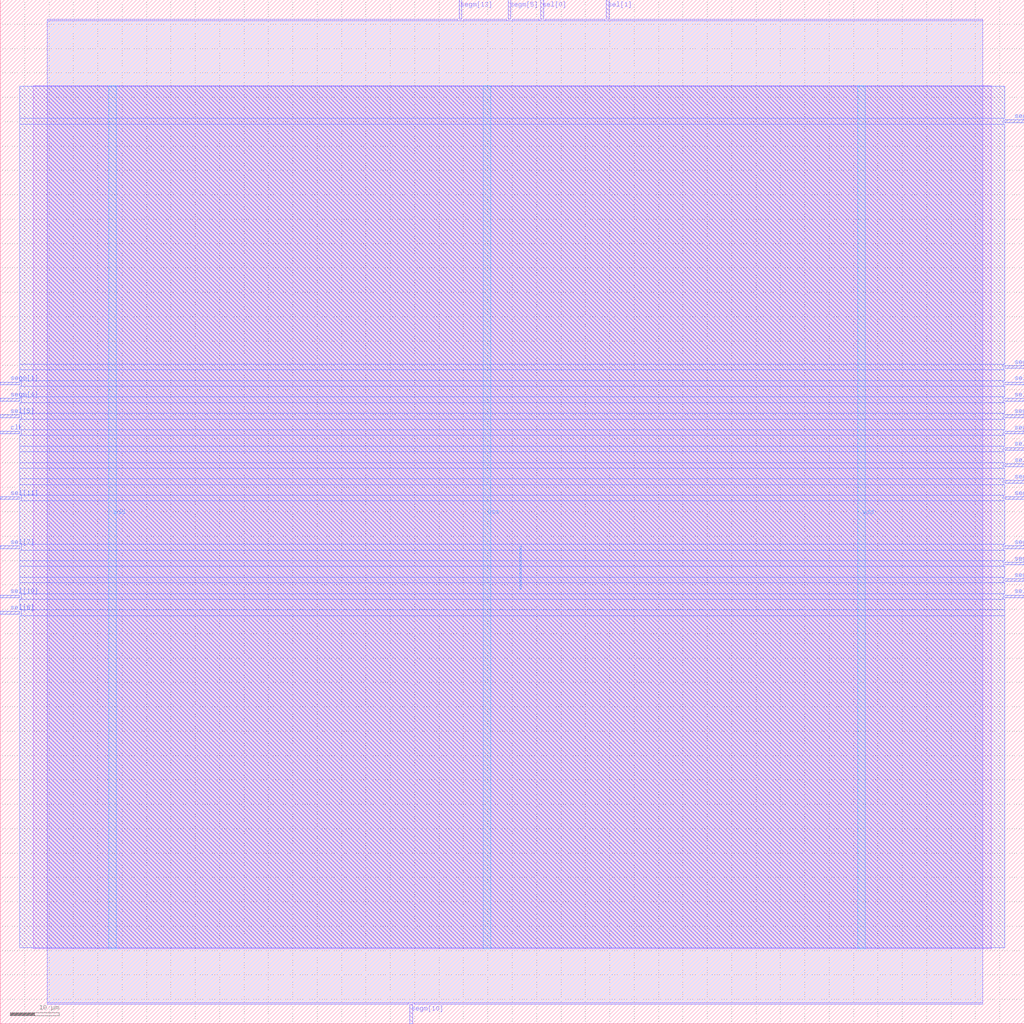
<source format=lef>
VERSION 5.7 ;
  NOWIREEXTENSIONATPIN ON ;
  DIVIDERCHAR "/" ;
  BUSBITCHARS "[]" ;
MACRO ita54
  CLASS BLOCK ;
  FOREIGN ita54 ;
  ORIGIN 0.000 0.000 ;
  SIZE 210.000 BY 210.000 ;
  PIN clk
    DIRECTION INPUT ;
    USE SIGNAL ;
    ANTENNAGATEAREA 4.738000 ;
    ANTENNADIFFAREA 0.410400 ;
    PORT
      LAYER Metal3 ;
        RECT 0.000 120.960 4.000 121.520 ;
    END
  END clk
  PIN segm[0]
    DIRECTION OUTPUT TRISTATE ;
    USE SIGNAL ;
    ANTENNADIFFAREA 0.360800 ;
    PORT
      LAYER Metal3 ;
        RECT 206.000 184.800 210.000 185.360 ;
    END
  END segm[0]
  PIN segm[10]
    DIRECTION OUTPUT TRISTATE ;
    USE SIGNAL ;
    ANTENNADIFFAREA 4.731200 ;
    PORT
      LAYER Metal2 ;
        RECT 84.000 0.000 84.560 4.000 ;
    END
  END segm[10]
  PIN segm[11]
    DIRECTION OUTPUT TRISTATE ;
    USE SIGNAL ;
    ANTENNADIFFAREA 4.731200 ;
    PORT
      LAYER Metal3 ;
        RECT 206.000 110.880 210.000 111.440 ;
    END
  END segm[11]
  PIN segm[12]
    DIRECTION OUTPUT TRISTATE ;
    USE SIGNAL ;
    ANTENNADIFFAREA 4.731200 ;
    PORT
      LAYER Metal3 ;
        RECT 206.000 107.520 210.000 108.080 ;
    END
  END segm[12]
  PIN segm[13]
    DIRECTION OUTPUT TRISTATE ;
    USE SIGNAL ;
    ANTENNADIFFAREA 4.731200 ;
    PORT
      LAYER Metal2 ;
        RECT 94.080 206.000 94.640 210.000 ;
    END
  END segm[13]
  PIN segm[1]
    DIRECTION OUTPUT TRISTATE ;
    USE SIGNAL ;
    ANTENNADIFFAREA 4.731200 ;
    PORT
      LAYER Metal3 ;
        RECT 0.000 131.040 4.000 131.600 ;
    END
  END segm[1]
  PIN segm[2]
    DIRECTION OUTPUT TRISTATE ;
    USE SIGNAL ;
    ANTENNADIFFAREA 4.731200 ;
    PORT
      LAYER Metal3 ;
        RECT 206.000 134.400 210.000 134.960 ;
    END
  END segm[2]
  PIN segm[3]
    DIRECTION OUTPUT TRISTATE ;
    USE SIGNAL ;
    ANTENNADIFFAREA 4.731200 ;
    PORT
      LAYER Metal3 ;
        RECT 206.000 124.320 210.000 124.880 ;
    END
  END segm[3]
  PIN segm[4]
    DIRECTION OUTPUT TRISTATE ;
    USE SIGNAL ;
    ANTENNADIFFAREA 4.731200 ;
    PORT
      LAYER Metal3 ;
        RECT 0.000 127.680 4.000 128.240 ;
    END
  END segm[4]
  PIN segm[5]
    DIRECTION OUTPUT TRISTATE ;
    USE SIGNAL ;
    ANTENNADIFFAREA 4.731200 ;
    PORT
      LAYER Metal2 ;
        RECT 104.160 206.000 104.720 210.000 ;
    END
  END segm[5]
  PIN segm[6]
    DIRECTION OUTPUT TRISTATE ;
    USE SIGNAL ;
    ANTENNADIFFAREA 4.731200 ;
    PORT
      LAYER Metal3 ;
        RECT 206.000 120.960 210.000 121.520 ;
    END
  END segm[6]
  PIN segm[7]
    DIRECTION OUTPUT TRISTATE ;
    USE SIGNAL ;
    ANTENNADIFFAREA 4.731200 ;
    PORT
      LAYER Metal3 ;
        RECT 206.000 94.080 210.000 94.640 ;
    END
  END segm[7]
  PIN segm[8]
    DIRECTION OUTPUT TRISTATE ;
    USE SIGNAL ;
    ANTENNADIFFAREA 4.731200 ;
    PORT
      LAYER Metal3 ;
        RECT 206.000 90.720 210.000 91.280 ;
    END
  END segm[8]
  PIN segm[9]
    DIRECTION OUTPUT TRISTATE ;
    USE SIGNAL ;
    ANTENNADIFFAREA 4.731200 ;
    PORT
      LAYER Metal3 ;
        RECT 206.000 97.440 210.000 98.000 ;
    END
  END segm[9]
  PIN sel[0]
    DIRECTION OUTPUT TRISTATE ;
    USE SIGNAL ;
    ANTENNADIFFAREA 4.731200 ;
    PORT
      LAYER Metal2 ;
        RECT 110.880 206.000 111.440 210.000 ;
    END
  END sel[0]
  PIN sel[10]
    DIRECTION OUTPUT TRISTATE ;
    USE SIGNAL ;
    ANTENNADIFFAREA 4.731200 ;
    PORT
      LAYER Metal3 ;
        RECT 0.000 87.360 4.000 87.920 ;
    END
  END sel[10]
  PIN sel[11]
    DIRECTION OUTPUT TRISTATE ;
    USE SIGNAL ;
    ANTENNADIFFAREA 4.731200 ;
    PORT
      LAYER Metal3 ;
        RECT 0.000 107.520 4.000 108.080 ;
    END
  END sel[11]
  PIN sel[1]
    DIRECTION OUTPUT TRISTATE ;
    USE SIGNAL ;
    ANTENNADIFFAREA 4.731200 ;
    PORT
      LAYER Metal2 ;
        RECT 124.320 206.000 124.880 210.000 ;
    END
  END sel[1]
  PIN sel[2]
    DIRECTION OUTPUT TRISTATE ;
    USE SIGNAL ;
    ANTENNADIFFAREA 4.731200 ;
    PORT
      LAYER Metal3 ;
        RECT 206.000 117.600 210.000 118.160 ;
    END
  END sel[2]
  PIN sel[3]
    DIRECTION OUTPUT TRISTATE ;
    USE SIGNAL ;
    ANTENNADIFFAREA 4.731200 ;
    PORT
      LAYER Metal3 ;
        RECT 206.000 131.040 210.000 131.600 ;
    END
  END sel[3]
  PIN sel[4]
    DIRECTION OUTPUT TRISTATE ;
    USE SIGNAL ;
    ANTENNADIFFAREA 4.731200 ;
    PORT
      LAYER Metal3 ;
        RECT 206.000 127.680 210.000 128.240 ;
    END
  END sel[4]
  PIN sel[5]
    DIRECTION OUTPUT TRISTATE ;
    USE SIGNAL ;
    ANTENNADIFFAREA 4.731200 ;
    PORT
      LAYER Metal3 ;
        RECT 0.000 124.320 4.000 124.880 ;
    END
  END sel[5]
  PIN sel[6]
    DIRECTION OUTPUT TRISTATE ;
    USE SIGNAL ;
    ANTENNADIFFAREA 4.731200 ;
    PORT
      LAYER Metal3 ;
        RECT 0.000 84.000 4.000 84.560 ;
    END
  END sel[6]
  PIN sel[7]
    DIRECTION OUTPUT TRISTATE ;
    USE SIGNAL ;
    ANTENNADIFFAREA 4.731200 ;
    PORT
      LAYER Metal3 ;
        RECT 0.000 97.440 4.000 98.000 ;
    END
  END sel[7]
  PIN sel[8]
    DIRECTION OUTPUT TRISTATE ;
    USE SIGNAL ;
    ANTENNADIFFAREA 4.731200 ;
    PORT
      LAYER Metal3 ;
        RECT 206.000 114.240 210.000 114.800 ;
    END
  END sel[8]
  PIN sel[9]
    DIRECTION OUTPUT TRISTATE ;
    USE SIGNAL ;
    ANTENNADIFFAREA 4.731200 ;
    PORT
      LAYER Metal3 ;
        RECT 206.000 87.360 210.000 87.920 ;
    END
  END sel[9]
  PIN vdd
    DIRECTION INOUT ;
    USE POWER ;
    PORT
      LAYER Metal4 ;
        RECT 22.240 15.380 23.840 192.380 ;
    END
    PORT
      LAYER Metal4 ;
        RECT 175.840 15.380 177.440 192.380 ;
    END
  END vdd
  PIN vss
    DIRECTION INOUT ;
    USE GROUND ;
    PORT
      LAYER Metal4 ;
        RECT 99.040 15.380 100.640 192.380 ;
    END
  END vss
  OBS
      LAYER Metal1 ;
        RECT 6.720 15.380 203.280 192.380 ;
      LAYER Metal2 ;
        RECT 9.660 205.700 93.780 206.000 ;
        RECT 94.940 205.700 103.860 206.000 ;
        RECT 105.020 205.700 110.580 206.000 ;
        RECT 111.740 205.700 124.020 206.000 ;
        RECT 125.180 205.700 201.460 206.000 ;
        RECT 9.660 4.300 201.460 205.700 ;
        RECT 9.660 4.000 83.700 4.300 ;
        RECT 84.860 4.000 201.460 4.300 ;
      LAYER Metal3 ;
        RECT 4.000 185.660 206.000 192.220 ;
        RECT 4.000 184.500 205.700 185.660 ;
        RECT 4.000 135.260 206.000 184.500 ;
        RECT 4.000 134.100 205.700 135.260 ;
        RECT 4.000 131.900 206.000 134.100 ;
        RECT 4.300 130.740 205.700 131.900 ;
        RECT 4.000 128.540 206.000 130.740 ;
        RECT 4.300 127.380 205.700 128.540 ;
        RECT 4.000 125.180 206.000 127.380 ;
        RECT 4.300 124.020 205.700 125.180 ;
        RECT 4.000 121.820 206.000 124.020 ;
        RECT 4.300 120.660 205.700 121.820 ;
        RECT 4.000 118.460 206.000 120.660 ;
        RECT 4.000 117.300 205.700 118.460 ;
        RECT 4.000 115.100 206.000 117.300 ;
        RECT 4.000 113.940 205.700 115.100 ;
        RECT 4.000 111.740 206.000 113.940 ;
        RECT 4.000 110.580 205.700 111.740 ;
        RECT 4.000 108.380 206.000 110.580 ;
        RECT 4.300 107.220 205.700 108.380 ;
        RECT 4.000 98.300 206.000 107.220 ;
        RECT 4.300 97.140 205.700 98.300 ;
        RECT 4.000 94.940 206.000 97.140 ;
        RECT 4.000 93.780 205.700 94.940 ;
        RECT 4.000 91.580 206.000 93.780 ;
        RECT 4.000 90.420 205.700 91.580 ;
        RECT 4.000 88.220 206.000 90.420 ;
        RECT 4.300 87.060 205.700 88.220 ;
        RECT 4.000 84.860 206.000 87.060 ;
        RECT 4.300 83.700 206.000 84.860 ;
        RECT 4.000 15.540 206.000 83.700 ;
      LAYER Metal4 ;
        RECT 106.540 89.130 106.820 97.910 ;
  END
END ita54
END LIBRARY


</source>
